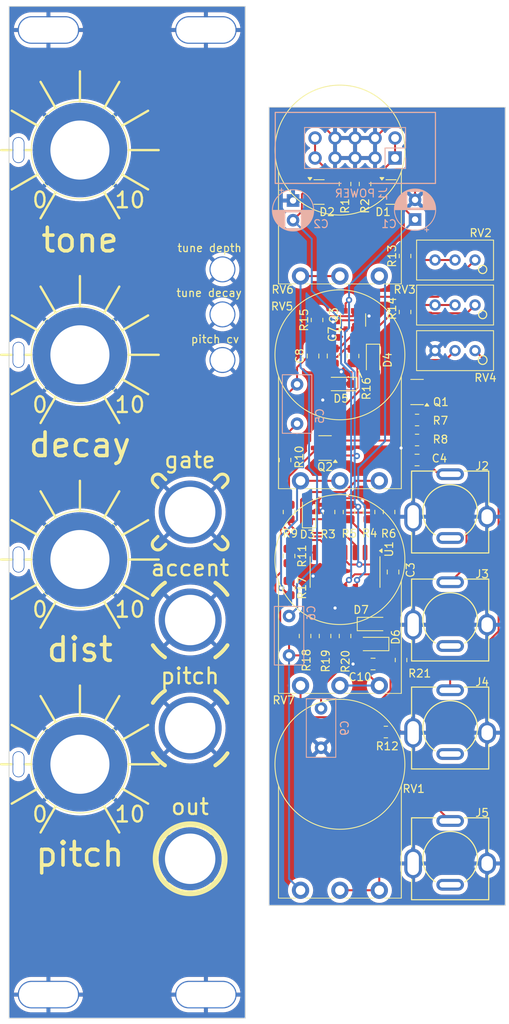
<source format=kicad_pcb>
(kicad_pcb (version 20221018) (generator pcbnew)
  (layers (0 "F.Cu" signal) (31 "B.Cu" signal) (34 "B.Paste" user) (35 "F.Paste" user) (36 "B.SilkS" user "B.Silkscreen") (37 "F.SilkS" user "F.Silkscreen") (38 "B.Mask" user) (39 "F.Mask" user) (44 "Edge.Cuts" user))
  (net 0 "")
  (net 1 "+12V")
  (net 2 "GND")
  (net 3 "-12V")
  (net 4 "Net-(D1-COM)")
  (net 5 "Net-(D2-COM)")
  (net 6 "/FACE")
  (net 7 "Net-(J1-Pin_1)")
  (net 8 "Net-(J1-Pin_10)")
  (net 9 "/GATE")
  (net 10 "Net-(D3-K)")
  (net 11 "Net-(U1B--)")
  (net 12 "Net-(Q3B-C2)")
  (net 13 "Net-(C6-Pad1)")
  (net 14 "Net-(D4-K)")
  (net 15 "Net-(D5-A)")
  (net 16 "Net-(Q3A-E1)")
  (net 17 "Net-(U1D-+)")
  (net 18 "Net-(D6-K)")
  (net 19 "Net-(D6-A)")
  (net 20 "Net-(D4-A)")
  (net 22 "/ACCENT_CV")
  (net 24 "/PITCH_CV")
  (net 26 "/OUTPUT")
  (net 28 "Net-(Q1A-E1)")
  (net 29 "Net-(Q1B-E2)")
  (net 30 "Net-(Q1B-B2)")
  (net 31 "Net-(Q2-B)")
  (net 32 "Net-(Q3B-E2)")
  (net 33 "Net-(Q3B-B2)")
  (net 34 "Net-(U1A--)")
  (net 35 "Net-(R6-Pad1)")
  (net 36 "Net-(U1B-+)")
  (net 37 "Net-(R12-Pad1)")
  (net 38 "Net-(R13-Pad1)")
  (net 39 "Net-(R14-Pad1)")
  (net 40 "Net-(U1C--)")
  (net 41 "Net-(R18-Pad2)")
  (footprint "Capacitor_SMD:C_0805_2012Metric" (layer "F.Cu") (at 76.708 73.152 90)
    (fp_text reference "C7")
    (fp_text value "220n")
  )
  (footprint "Resistor_SMD:R_0805_2012Metric" (layer "F.Cu") (at 80.772 51.308 90)
    (fp_text reference "R2")
    (fp_text value "10")
  )
  (footprint "Resistor_SMD:R_0805_2012Metric" (layer "F.Cu") (at 73.152 108.712 90)
    (fp_text reference "R18")
    (fp_text value "47K")
  )
  (footprint "Eurorack:Potentiometer_RV16AF-41-15R1" (layer "F.Cu") (at 77.58 47)
    (fp_text reference "RV6")
    (fp_text value "B50K")
  )
  (footprint "Eurorack:Mech-AudioJack-Hole-Input-CV" (layer "F.Cu") (at 58.56 120.396)
    (fp_text reference "H11")
    (fp_text value "pitch")
  )
  (footprint "Capacitor_SMD:C_0805_2012Metric" (layer "F.Cu") (at 74.168 73.152 90)
    (fp_text reference "C8")
    (fp_text value "5.6n")
  )
  (footprint "Eurorack:AudioJack2_Tayda_A-2566" (layer "F.Cu") (at 91.58 137)
    (fp_text reference "J5")
    (fp_text value "OUTPUT")
  )
  (footprint "Eurorack:Mech-AudioJack-Hole-Input-Gate" (layer "F.Cu") (at 58.56 92.964)
    (fp_text reference "H9")
    (fp_text value "gate")
  )
  (footprint "Package_SO:TSOP-6_1.65x3.05mm_P0.95mm" (layer "F.Cu") (at 79.248 68.58 90)
    (fp_text reference "Q3")
    (fp_text value "BCM847DS,135")
  )
  (footprint "Resistor_SMD:R_0805_2012Metric" (layer "F.Cu") (at 83.82 92.964 90)
    (fp_text reference "R6")
    (fp_text value "100K")
  )
  (footprint "Eurorack:Potentiometer_RV16AF-41-15R1" (layer "F.Cu") (at 77.58 99)
    (fp_text reference "RV7")
    (fp_text value "B100K")
  )
  (footprint "Resistor_SMD:R_0805_2012Metric" (layer "F.Cu") (at 71.12 92.964 -90)
    (fp_text reference "R9")
    (fp_text value "100K")
  )
  (footprint "Resistor_SMD:R_0805_2012Metric" (layer "F.Cu") (at 78.232 108.712 90)
    (fp_text reference "R20")
    (fp_text value "33K")
  )
  (footprint "Package_TO_SOT_SMD:SOT-23" (layer "F.Cu") (at 74.93 52.324)
    (fp_text reference "D2")
    (fp_text value "BAT54S")
  )
  (footprint "Potentiometer_THT:Potentiometer_Bourns_3296W_Vertical" (layer "F.Cu") (at 94.742 60.96)
    (fp_text reference "RV2")
    (fp_text value "10K")
  )
  (footprint "Eurorack:Mech-MountingHole" (layer "F.Cu") (at 40.56 31.75)
    (fp_text reference "H1")
    (fp_text value "mount0")
  )
  (footprint "Resistor_SMD:R_0805_2012Metric" (layer "F.Cu") (at 71.12 98.552 -90)
    (fp_text reference "R11")
    (fp_text value "1M")
  )
  (footprint "Resistor_SMD:R_0805_2012Metric" (layer "F.Cu") (at 78.232 51.308 90)
    (fp_text reference "R1")
    (fp_text value "10")
  )
  (footprint "Package_TO_SOT_SMD:SOT-23" (layer "F.Cu") (at 84.074 52.324)
    (fp_text reference "D1")
    (fp_text value "BAT54S")
  )
  (footprint "Resistor_SMD:R_0805_2012Metric" (layer "F.Cu") (at 83.4155 120.904)
    (fp_text reference "R12")
    (fp_text value "10K")
  )
  (footprint "Eurorack:Mech-MountingHole" (layer "F.Cu") (at 40.56 154.25)
    (fp_text reference "H4")
    (fp_text value "mount1")
  )
  (footprint "Diode_SMD:D_SOD-323_HandSoldering" (layer "F.Cu") (at 77.724 76.708 180)
    (fp_text reference "D5")
    (fp_text value "1N4148")
  )
  (footprint "Eurorack:Mech-LED-Hole-3mm" (layer "F.Cu") (at 62.6618 67.8672)
    (fp_text reference "H14" hide)
    (fp_text value "tune decay")
  )
  (footprint "Eurorack:AudioJack2_Tayda_A-2566" (layer "F.Cu") (at 91.58 120.396)
    (fp_text reference "J4")
    (fp_text value "PITCH CV")
  )
  (footprint "Eurorack:Mech-AudioJack-Hole-Input-CV" (layer "F.Cu") (at 58.56 106.68)
    (fp_text reference "H10")
    (fp_text value "accent")
  )
  (footprint "Capacitor_SMD:C_0805_2012Metric" (layer "F.Cu") (at 87.376 86.36 180)
    (fp_text reference "C4")
    (fp_text value "10n")
  )
  (footprint "Potentiometer_THT:Potentiometer_Bourns_3296W_Vertical" (layer "F.Cu") (at 94.742 66.675)
    (fp_text reference "RV3")
    (fp_text value "100K")
  )
  (footprint "Eurorack:Mech-MountingHole" (layer "F.Cu") (at 60.56 31.75)
    (fp_text reference "H2")
    (fp_text value "mount1")
  )
  (footprint "Eurorack:Potentiometer_RV16AF-41-15R1" (layer "F.Cu") (at 77.58 125)
    (fp_text reference "RV1")
    (fp_text value "B100K")
  )
  (footprint "Resistor_SMD:R_0805_2012Metric" (layer "F.Cu") (at 87.376 83.82)
    (fp_text reference "R8")
    (fp_text value "120K")
  )
  (footprint "Resistor_SMD:R_0805_2012Metric" (layer "F.Cu") (at 74.676 68.58 90)
    (fp_text reference "R15")
    (fp_text value "100K")
  )
  (footprint "Package_SO:SOIC-14_3.9x8.7mm_P1.27mm" (layer "F.Cu") (at 78.232 100.584 -90)
    (fp_text reference "U1")
    (fp_text value "TL074")
  )
  (footprint "Eurorack:Mech-LED-Hole-3mm" (layer "F.Cu") (at 62.6618 62.1506)
    (fp_text reference "H13" hide)
    (fp_text value "tune depth")
  )
  (footprint "Resistor_SMD:R_0805_2012Metric" (layer "F.Cu") (at 85.344 111.76 -90)
    (fp_text reference "R21")
    (fp_text value "1K")
  )
  (footprint "Resistor_SMD:R_0805_2012Metric" (layer "F.Cu") (at 85.852 67.564 -90)
    (fp_text reference "R14")
    (fp_text value "10K")
  )
  (footprint "Eurorack:Mech-Potentiometer-Hole_level" (layer "F.Cu") (at 44.56 125)
    (fp_text reference "H8")
    (fp_text value "pitch")
  )
  (footprint "Diode_SMD:D_SOD-323_HandSoldering" (layer "F.Cu") (at 81.788 109.728 180)
    (fp_text reference "D6")
    (fp_text value "1N4148")
  )
  (footprint "Eurorack:Potentiometer_RV16AF-41-15R1" (layer "F.Cu") (at 77.58 73)
    (fp_text reference "RV5")
    (fp_text value "B1M")
  )
  (footprint "Diode_SMD:D_SOD-323_HandSoldering" (layer "F.Cu") (at 81.788 107.188)
    (fp_text reference "D7")
    (fp_text value "1N4148")
  )
  (footprint "Resistor_SMD:R_0805_2012Metric" (layer "F.Cu") (at 75.692 108.712 90)
    (fp_text reference "R19")
    (fp_text value "470K")
  )
  (footprint "Resistor_SMD:R_0805_2012Metric" (layer "F.Cu") (at 71.12 102.616 -90)
    (fp_text reference "R17")
    (fp_text value "47K")
  )
  (footprint "Package_TO_SOT_SMD:SOT-23-3" (layer "F.Cu") (at 75.692 84.836 180)
    (fp_text reference "Q2")
    (fp_text value "BC547C")
  )
  (footprint "Capacitor_SMD:C_0805_2012Metric" (layer "F.Cu") (at 81.788 112.268 180)
    (fp_text reference "C10")
    (fp_text value "3.3n")
  )
  (footprint "Potentiometer_THT:Potentiometer_Bourns_3296W_Vertical" (layer "F.Cu") (at 94.742 72.4662)
    (fp_text reference "RV4")
    (fp_text value "100K")
  )
  (footprint "Eurorack:Mech-Potentiometer-Hole_level" (layer "F.Cu") (at 44.56 99)
    (fp_text reference "H7")
    (fp_text value "dist")
  )
  (footprint "Eurorack:Mech-Potentiometer-Hole_level" (layer "F.Cu") (at 44.56 47)
    (fp_text reference "H5")
    (fp_text value "tone")
  )
  (footprint "Diode_SMD:D_SOD-323_HandSoldering" (layer "F.Cu") (at 73.66 92.964 90)
    (fp_text reference "D3")
    (fp_text value "1N4148")
  )
  (footprint "Eurorack:Mech-LED-Hole-3mm" (layer "F.Cu") (at 62.6618 73.66)
    (fp_text reference "H15" hide)
    (fp_text value "pitch cv")
  )
  (footprint "Eurorack:Mech-MountingHole" (layer "F.Cu") (at 60.56 154.25)
    (fp_text reference "H3")
    (fp_text value "mount1")
  )
  (footprint "Resistor_SMD:R_0805_2012Metric" (layer "F.Cu") (at 79.248 73.152 90)
    (fp_text reference "R16")
    (fp_text value "1M")
  )
  (footprint "Eurorack:AudioJack2_Tayda_A-2566" (layer "F.Cu") (at 91.58 92.964)
    (fp_text reference "J2")
    (fp_text value "GATE")
  )
  (footprint "Eurorack:Mech-Potentiometer-Hole_level" (layer "F.Cu") (at 44.56 73)
    (fp_text reference "H6")
    (fp_text value "decay")
  )
  (footprint "Eurorack:AudioJack2_Tayda_A-2566" (layer "F.Cu") (at 91.58 106.68)
    (fp_text reference "J3")
    (fp_text value "ACCENT CV")
  )
  (footprint "Capacitor_SMD:C_0805_2012Metric" (layer "F.Cu") (at 84.328 100.584 -90)
    (fp_text reference "C3")
    (fp_text value "100n")
  )
  (footprint "Resistor_SMD:R_0805_2012Metric" (layer "F.Cu") (at 81.28 92.964 -90)
    (fp_text reference "R4")
    (fp_text value "33K")
  )
  (footprint "Eurorack:Mech-AudioJack-Hole-Output" (layer "F.Cu") (at 58.56 137)
    (fp_text reference "H12")
    (fp_text value "out")
  )
  (footprint "Resistor_SMD:R_0805_2012Metric" (layer "F.Cu") (at 85.852 60.452 90)
    (fp_text reference "R13")
    (fp_text value "2.2K")
  )
  (footprint "Diode_SMD:D_SOD-323_HandSoldering" (layer "F.Cu") (at 81.788 73.66 -90)
    (fp_text reference "D4")
    (fp_text value "1N4148")
  )
  (footprint "Package_SO:TSOP-6_1.65x3.05mm_P0.95mm" (layer "F.Cu") (at 87.376 77.724 180)
    (fp_text reference "Q1")
    (fp_text value "BCM857DS,135")
  )
  (footprint "Resistor_SMD:R_0805_2012Metric" (layer "F.Cu") (at 76.2 92.964 90)
    (fp_text reference "R3")
    (fp_text value "39K")
  )
  (footprint "Resistor_SMD:R_0805_2012Metric" (layer "F.Cu") (at 78.74 92.964 90)
    (fp_text reference "R5")
    (fp_text value "100K")
  )
  (footprint "Resistor_SMD:R_0805_2012Metric" (layer "F.Cu") (at 70.612 86.36 90)
    (fp_text reference "R10")
    (fp_text value "15K")
  )
  (footprint "Resistor_SMD:R_0805_2012Metric" (layer "F.Cu") (at 87.376 81.28)
    (fp_text reference "R7")
    (fp_text value "22K")
  )
  (footprint "Eurorack:PinHeader_2x05_P2.54mm_Vertical" (layer "B.Cu") (at 84.582 48.006 90)
    (fp_text reference "J1")
    (fp_text value "Conn_02x05_Odd_Even")
  )
  (footprint "Capacitor_THT:CP_Radial_D5.0mm_P2.50mm" (layer "B.Cu") (at 87.122 55.815112 90)
    (fp_text reference "C1")
    (fp_text value "22u 50V")
  )
  (footprint "Capacitor_THT:CP_Radial_D5.0mm_P2.50mm" (layer "B.Cu") (at 71.628 53.404887 -90)
    (fp_text reference "C2")
    (fp_text value "22u 50V")
  )
  (footprint "Capacitor_THT:C_Rect_L7.2mm_W3.5mm_P5.00mm_FKS2_FKP2_MKS2_MKP2" (layer "B.Cu") (at 72.136 81.748 90)
    (fp_text reference "C5")
    (fp_text value "15n box")
  )
  (footprint "Capacitor_THT:C_Rect_L7.2mm_W3.5mm_P5.00mm_FKS2_FKP2_MKS2_MKP2" (layer "B.Cu") (at 71.12 106.172 -90)
    (fp_text reference "C6")
    (fp_text value "15n box")
  )
  (footprint "Capacitor_THT:C_Rect_L7.2mm_W3.5mm_P5.00mm_FKS2_FKP2_MKS2_MKP2" (layer "B.Cu") (at 75.184 122.896 90)
    (fp_text reference "C9")
    (fp_text value "15n box")
  )
  (gr_circle (center 95.7072 67.8942) (end 96.2152 67.818) (stroke (width 0.15)) (fill none) (layer "F.SilkS"))
  (gr_circle (center 95.7072 62.1538) (end 96.2152 62.2808) (stroke (width 0.15)) (fill none) (layer "F.SilkS"))
  (gr_circle (center 95.7072 73.66) (end 96.2406 73.8124) (stroke (width 0.15)) (fill none) (layer "F.SilkS"))
  (gr_line (start 80.3402 75.8698) (end 79.9338 74.9554) (stroke (width 0.15)) (layer "F.SilkS"))
  (gr_rect (start 35.56 28.75) (end 65.56 157.25) (stroke (width 0.1)) (fill none) (layer "Edge.Cuts"))
  (gr_rect (start 68.58 41.556) (end 98.58 142.92) (stroke (width 0.1)) (fill none) (layer "Edge.Cuts"))
  (gr_text "POWER" (at 79.502 53.086) (layer "B.SilkS") (effects (font (size 1 1)) (justify bottom mirror)))
  (segment (start 79.73 85.852) (end 79.664 85.786) (width 0.25) (layer "F.Cu") (net 1))
  (segment (start 80.047 99.634) (end 78.782001 99.634) (width 0.25) (layer "F.Cu") (net 1))
  (segment (start 73.9925 53.274) (end 83.1365 53.274) (width 0.25) (layer "F.Cu") (net 1))
  (segment (start 78.995653 92.307153) (end 78.74 92.0515) (width 0.25) (layer "F.Cu") (net 1))
  (segment (start 78.232 99.083999) (end 78.232 98.109) (width 0.25) (layer "F.Cu") (net 1))
  (segment (start 84.328 99.634) (end 80.047 99.634) (width 0.25) (layer "F.Cu") (net 1))
  (segment (start 78.298 66.482) (end 78.298 67.42) (width 0.25) (layer "F.Cu") (net 1))
  (segment (start 79.895847 92.307153) (end 78.995653 92.307153) (width 0.25) (layer "F.Cu") (net 1))
  (segment (start 84.580888 53.274) (end 87.122 55.815112) (width 0.25) (layer "F.Cu") (net 1))
  (segment (start 78.74 66.04) (end 78.298 66.482) (width 0.25) (layer "F.Cu") (net 1))
  (segment (start 78.782001 99.634) (end 78.232 99.083999) (width 0.25) (layer "F.Cu") (net 1))
  (segment (start 79.003369 92.314869) (end 78.74 92.0515) (width 0.25) (layer "F.Cu") (net 1))
  (segment (start 83.1365 53.274) (end 84.580888 53.274) (width 0.25) (layer "F.Cu") (net 1))
  (segment (start 79.664 85.786) (end 76.8295 85.786) (width 0.25) (layer "F.Cu") (net 1))
  (via (at 80.047 99.634) (size 0.8) (drill 0.4) (layers "F.Cu" "B.Cu") (net 1))
  (via (at 79.73 85.852) (size 0.8) (drill 0.4) (layers "F.Cu" "B.Cu") (net 1))
  (via (at 79.895847 92.307153) (size 0.8) (drill 0.4) (layers "F.Cu" "B.Cu") (net 1))
  (via (at 78.74 66.04) (size 0.8) (drill 0.4) (layers "F.Cu" "B.Cu") (net 1))
  (segment (start 78.232 73.964299) (end 79.455 75.187299) (width 0.25) (layer "B.Cu") (net 1))
  (segment (start 78.74 64.197112) (end 78.74 69.596) (width 0.25) (layer "B.Cu") (net 1))
  (segment (start 78.232 70.104) (end 78.232 73.964299) (width 0.25) (layer "B.Cu") (net 1))
  (segment (start 79.455 85.577) (end 79.73 85.852) (width 0.25) (layer "B.Cu") (net 1))
  (segment (start 78.74 69.596) (end 78.232 70.104) (width 0.25) (layer "B.Cu") (net 1))
  (segment (start 79.455 83.82) (end 79.455 85.577) (width 0.25) (layer "B.Cu") (net 1))
  (segment (start 79.455 75.187299) (end 79.455 83.82) (width 0.25) (layer "B.Cu") (net 1))
  (segment (start 80.047 99.570915) (end 79.895847 99.419762) (width 0.25) (layer "B.Cu") (net 1))
  (segment (start 87.122 55.815112) (end 78.74 64.197112) (width 0.25) (layer "B.Cu") (net 1))
  (segment (start 79.895847 92.307153) (end 79.895847 99.419762) (width 0.25) (layer "B.Cu") (net 1))
  (segment (start 79.455 91.44) (end 79.455 91.866306) (width 0.25) (layer "B.Cu") (net 1))
  (segment (start 79.455 91.866306) (end 79.895847 92.307153) (width 0.25) (layer "B.Cu") (net 1))
  (segment (start 79.455 83.82) (end 79.455 91.44) (width 0.25) (layer "B.Cu") (net 1))
  (segment (start 80.047 99.634) (end 80.047 99.570915) (width 0.25) (layer "B.Cu") (net 1))
  (segment (start 79.455 91.44) (end 79.455 91.951806) (width 0.25) (layer "B.Cu") (net 1))
  (segment (start 76.962 45.466) (end 75.438 43.942) (width 0.25) (layer "F.Cu") (net 2))
  (segment (start 78.974 76.368) (end 78.974 76.708) (width 0.25) (layer "F.Cu") (net 2))
  (segment (start 76.18384 92.0515) (end 75.401 92.83434) (width 0.25) (layer "F.Cu") (net 2))
  (segment (start 76.962 48.006) (end 76.962 45.466) (width 0.25) (layer "F.Cu") (net 2))
  (segment (start 83.566 43.942) (end 85.344 43.942) (width 0.25) (layer "F.Cu") (net 2))
  (segment (start 80.546 91.214) (end 77.0375 91.214) (width 0.25) (layer "F.Cu") (net 2))
  (segment (start 77.0375 91.214) (end 76.2 92.0515) (width 0.25) (layer "F.Cu") (net 2))
  (segment (start 76.2 92.0515) (end 76.18384 92.0515) (width 0.25) (layer "F.Cu") (net 2))
  (segment (start 87.376 78.114) (end 86.816 78.674) (width 0.25) (layer "F.Cu") (net 2))
  (segment (start 81.28 91.948) (end 80.546 91.214) (width 0.25) (layer "F.Cu") (net 2))
  (segment (start 82.042 48.006) (end 82.042 45.466) (width 0.25) (layer "F.Cu") (net 2))
  (segment (start 80.737 68.615) (end 81.28 68.072) (width 0.25) (layer "F.Cu") (net 2))
  (segment (start 86.816 78.674) (end 86.216 78.674) (width 0.25) (layer "F.Cu") (net 2))
  (segment (start 81.28 92.0515) (end 81.28 91.948) (width 0.25) (layer "F.Cu") (net 2))
  (segment (start 88.536 76.774) (end 87.936 76.774) (width 0.25) (layer "F.Cu") (net 2))
  (segment (start 79.502 48.006) (end 79.502 45.466) (width 0.25) (layer "F.Cu") (net 2))
  (segment (start 76.962 103.059) (end 76.962 105.156) (width 0.25) (layer "F.Cu") (net 2))
  (segment (start 85.344 43.942) (end 87.122 45.72) (width 0.25) (layer "F.Cu") (net 2))
  (segment (start 87.122 45.72) (end 87.122 53.315112) (width 0.25) (layer "F.Cu") (net 2))
  (segment (start 76.962 106.5295) (end 78.232 107.7995) (width 0.25) (layer "F.Cu") (net 2))
  (segment (start 71.628 45.974) (end 71.628 53.404887) (width 0.25) (layer "F.Cu") (net 2))
  (segment (start 76.708 68.82) (end 76.913 68.615) (width 0.25) (layer "F.Cu") (net 2))
  (segment (start 86.88 120.996) (end 84.42 120.996) (width 0.25) (layer "F.Cu") (net 2))
  (segment (start 84.42 120.996) (end 84.328 120.904) (width 0.25) (layer "F.Cu") (net 2))
  (segment (start 82.042 45.466) (end 83.566 43.942) (width 0.25) (layer "F.Cu") (net 2))
  (segment (start 73.66 43.942) (end 71.628 45.974) (width 0.25) (layer "F.Cu") (net 2))
  (segment (start 76.708 74.102) (end 78.974 76.368) (width 0.25) (layer "F.Cu") (net 2))
  (segment (start 75.438 43.942) (end 73.66 43.942) (width 0.25) (layer "F.Cu") (net 2))
  (segment (start 76.913 68.615) (end 80.737 68.615) (width 0.25) (layer "F.Cu") (net 2))
  (segment (start 76.962 105.156) (end 76.962 106.5295) (width 0.25) (layer "F.Cu") (net 2))
  (segment (start 87.376 77.334) (end 87.376 78.114) (width 0.25) (layer "F.Cu") (net 2))
  (segment (start 79.502 45.466) (end 76.962 45.466) (width 0.25) (layer "F.Cu") (net 2))
  (segment (start 79.502 45.466) (end 82.042 45.466) (width 0.25) (layer "F.Cu") (net 2))
  (segment (start 87.936 76.774) (end 87.376 77.334) (width 0.25) (layer "F.Cu") (net 2))
  (via (at 79.248 112.268) (size 0.8) (drill 0.4) (layers "F.Cu" "B.Cu") (net 2))
  (via (at 81.28 68.072) (size 0.8) (drill 0.4) (layers "F.Cu" "B.Cu") (net 2))
  (via (at 74.172653 101.096653) (size 0.8) (drill 0.4) (layers "F.Cu" "B.Cu") (net 2))
  (via (at 76.962 105.156) (size 0.8) (drill 0.4) (layers "F.Cu" "B.Cu") (net 2))
  (via (at 77.757 75.151) (size 0.8) (drill 0.4) (layers "F.Cu" "B.Cu") (net 2))
  (via (at 85.344 84.836) (size 0.8) (drill 0.4) (layers "F.Cu" "B.Cu") (net 2))
  (via (at 75.401 92.83434) (size 0.8) (drill 0.4) (layers "F.Cu" "B.Cu") (net 2))
  (via (at 75.401 78.74) (size 0.8) (drill 0.4) (layers "F.Cu" "B.Cu") (net 2))
  (via (at 76.708 70.612) (size 0.8) (drill 0.4) (layers "F.Cu" "B.Cu") (net 2))
  (via (at 76.708 68.82) (size 0.8) (drill 0.4) (layers "F.Cu" "B.Cu") (net 2))
  (segment (start 77.757 75.151) (end 75.401 77.507) (width 0.25) (layer "B.Cu") (net 2))
  (segment (start 76.708 70.612) (end 76.708 68.82) (width 0.25) (layer "B.Cu") (net 2))
  (segment (start 76.708 74.102) (end 76.708 70.612) (width 0.25) (layer "B.Cu") (net 2))
  (segment (start 75.401 77.507) (end 75.401 78.74) (width 0.25) (layer "B.Cu") (net 2))
  (segment (start 86.88 89.42) (end 85.344 87.884) (width 0.25) (layer "B.Cu") (net 2))
  (segment (start 77.757 75.151) (end 76.708 74.102) (width 0.25) (layer "B.Cu") (net 2))
  (segment (start 76.962 105.156) (end 76.962 103.886) (width 0.25) (layer "B.Cu") (net 2))
  (segment (start 76.962 109.982) (end 76.962 105.156) (width 0.25) (layer "B.Cu") (net 2))
  (segment (start 86.88 93.564) (end 86.88 89.42) (width 0.25) (layer "B.Cu") (net 2))
  (segment (start 84.236 107.28) (end 79.248 112.268) (width 0.25) (layer "B.Cu") (net 2))
  (segment (start 75.401 92.83434) (end 75.401 78.74) (width 0.25) (layer "B.Cu") (net 2))
  (segment (start 79.248 112.268) (end 76.962 109.982) (width 0.25) (layer "B.Cu") (net 2))
  (segment (start 86.88 107.28) (end 84.236 107.28) (width 0.25) (layer "B.Cu") (net 2))
  (segment (start 85.344 87.884) (end 85.344 84.836) (width 0.25) (layer "B.Cu") (net 2))
  (segment (start 76.962 103.886) (end 74.172653 101.096653) (width 0.25) (layer "B.Cu") (net 2))
  (segment (start 72.753 54.779887) (end 71.628 55.904887) (width 0.25) (layer "F.Cu") (net 3))
  (segment (start 78.735347 101.595347) (end 78.232 102.098695) (width 0.25) (layer "F.Cu") (net 3))
  (segment (start 73.9925 51.374) (end 72.753 52.6135) (width 0.25) (layer "F.Cu") (net 3))
  (segment (start 83.312 100.875) (end 79.455695 100.875) (width 0.25) (layer "F.Cu") (net 3))
  (segment (start 78.232 102.098695) (end 78.232 103.059) (width 0.25) (layer "F.Cu") (net 3))
  (segment (start 83.1365 51.374) (end 73.9925 51.374) (width 0.25) (layer "F.Cu") (net 3))
  (segment (start 79.455695 100.875) (end 78.735347 101.595347) (width 0.25) (layer "F.Cu") (net 3))
  (segment (start 83.669 100.875) (end 83.312 100.875) (width 0.25) (layer "F.Cu") (net 3))
  (segment (start 72.753 52.6135) (end 72.753 54.779887) (width 0.25) (layer "F.Cu") (net 3))
  (segment (start 84.328 101.534) (end 83.669 100.875) (width 0.25) (layer "F.Cu") (net 3))
  (via (at 78.735347 101.595347) (size 0.8) (drill 0.4) (layers "F.Cu" "B.Cu") (net 3))
  (segment (start 77.724 74.092695) (end 79.005 75.373695) (width 0.25) (layer "B.Cu") (net 3))
  (segment (start 74.005 58.281887) (end 74.005 64.861) (width 0.25) (layer "B.Cu") (net 3))
  (segment (start 71.628 55.904887) (end 74.005 58.281887) (width 0.25) (layer "B.Cu") (net 3))
  (segment (start 74.005 64.861) (end 77.724 68.58) (width 0.25) (layer "B.Cu") (net 3))
  (segment (start 79.005 75.373695) (end 79.005 101.325694) (width 0.25) (layer "B.Cu") (net 3))
  (segment (start 79.005 101.325694) (end 78.735347 101.595347) (width 0.25) (layer "B.Cu") (net 3))
  (segment (start 77.724 68.58) (end 77.724 74.092695) (width 0.25) (layer "B.Cu") (net 3))
  (segment (start 80.8755 52.324) (end 80.772 52.2205) (width 0.25) (layer "F.Cu") (net 4))
  (segment (start 85.0115 52.324) (end 80.8755 52.324) (width 0.25) (layer "F.Cu") (net 4))
  (segment (start 78.232 52.2205) (end 75.971 52.2205) (width 0.25) (layer "F.Cu") (net 5))
  (segment (start 75.971 52.2205) (end 75.8675 52.324) (width 0.25) (layer "F.Cu") (net 5))
  (segment (start 84.582 48.006) (end 82.1925 50.3955) (width 0.25) (layer "F.Cu") (net 7))
  (segment (start 82.1925 50.3955) (end 80.772 50.3955) (width 0.25) (layer "F.Cu") (net 7))
  (segment (start 84.582 45.466) (end 84.582 48.006) (width 0.25) (layer "F.Cu") (net 7))
  (segment (start 74.422 48.006) (end 76.8115 50.3955) (width 0.25) (layer "F.Cu") (net 8))
  (segment (start 76.8115 50.3955) (end 78.232 50.3955) (width 0.25) (layer "F.Cu") (net 8))
  (segment (start 74.422 45.466) (end 74.422 48.006) (width 0.25) (layer "F.Cu") (net 8))
  (segment (start 91.58 88.164) (end 90.13 88.164) (width 0.25) (layer "F.Cu") (net 9))
  (segment (start 90.13 88.164) (end 88.326 86.36) (width 0.25) (layer "F.Cu") (net 9))
  (segment (start 82.305 92.0339) (end 86.426 87.9129) (width 0.25) (layer "F.Cu") (net 10))
  (segment (start 86.426 87.9129) (end 86.426 86.36) (width 0.25) (layer "F.Cu") (net 10))
  (segment (start 73.9975 93.8765) (end 73.66 94.214) (width 0.25) (layer "F.Cu") (net 10))
  (segment (start 76.2 93.8765) (end 77.0375 93.039) (width 0.25) (layer "F.Cu") (net 10))
  (segment (start 79.502 97.134001) (end 76.244499 93.8765) (width 0.25) (layer "F.Cu") (net 10))
  (segment (start 82.305 92.5591) (end 82.305 92.0339) (width 0.25) (layer "F.Cu") (net 10))
  (segment (start 76.2 93.8765) (end 73.9975 93.8765) (width 0.25) (layer "F.Cu") (net 10))
  (segment (start 81.8251 93.039) (end 82.305 92.5591) (width 0.25) (layer "F.Cu") (net 10))
  (segment (start 76.244499 93.8765) (end 76.2 93.8765) (width 0.25) (layer "F.Cu") (net 10))
  (segment (start 79.502 98.109) (end 79.502 97.134001) (width 0.25) (layer "F.Cu") (net 10))
  (segment (start 77.0375 93.039) (end 81.8251 93.039) (width 0.25) (layer "F.Cu") (net 10))
  (segment (start 72.2395 96.52) (end 71.12 97.6395) (width 0.25) (layer "F.Cu") (net 11))
  (segment (start 71.12 95.513) (end 69.587 93.98) (width 0.25) (layer "F.Cu") (net 11))
  (segment (start 72.136 81.748) (end 69.587 84.297) (width 0.25) (layer "F.Cu") (net 11))
  (segment (start 75.077999 96.52) (end 72.2395 96.52) (width 0.25) (layer "F.Cu") (net 11))
  (segment (start 75.692 98.109) (end 75.692 97.134001) (width 0.25) (layer "F.Cu") (net 11))
  (segment (start 69.587 84.297) (end 69.587 93.98) (width 0.25) (layer "F.Cu") (net 11))
  (segment (start 75.692 97.134001) (end 75.077999 96.52) (width 0.25) (layer "F.Cu") (net 11))
  (segment (start 71.12 97.6395) (end 71.12 95.513) (width 0.25) (layer "F.Cu") (net 11))
  (segment (start 75.692 109.6245) (end 74.1445 111.172) (width 0.25) (layer "F.Cu") (net 12))
  (segment (start 69.383388 104.994388) (end 69.383388 101.304612) (width 0.25) (layer "F.Cu") (net 12))
  (segment (start 80.198 71.2895) (end 79.248 72.2395) (width 0.25) (layer "F.Cu") (net 12))
  (segment (start 77.216 73.277) (end 73.4479 73.277) (width 0.25) (layer "F.Cu") (net 12))
  (segment (start 69.137 94.166396) (end 69.137 93.472) (width 0.25) (layer "F.Cu") (net 12))
  (segment (start 80.198 69.74) (end 80.198 71.2895) (width 0.25) (layer "F.Cu") (net 12))
  (segment (start 78.2535 72.2395) (end 77.216 73.277) (width 0.25) (layer "F.Cu") (net 12))
  (segment (start 71.12 108.928896) (end 69.545 107.353896) (width 0.25) (layer "F.Cu") (net 12))
  (segment (start 69.545 107.353896) (end 69.545 105.156) (width 0.25) (layer "F.Cu") (net 12))
  (segment (start 69.137 79.747) (end 69.137 93.472) (width 0.25) (layer "F.Cu") (net 12))
  (segment (start 70.095 95.124396) (end 69.137 94.166396) (width 0.25) (layer "F.Cu") (net 12))
  (segment (start 72.136 76.748) (end 69.137 79.747) (width 0.25) (layer "F.Cu") (net 12))
  (segment (start 74.1445 111.172) (end 71.12 111.172) (width 0.25) (layer "F.Cu") (net 12))
  (segment (start 70.095 100.593) (end 70.095 95.124396) (width 0.25) (layer "F.Cu") (net 12))
  (segment (start 73.4479 73.277) (end 72.136 74.5889) (width 0.25) (layer "F.Cu") (net 12))
  (segment (start 69.383388 101.304612) (end 70.095 100.593) (width 0.25) (layer "F.Cu") (net 12))
  (segment (start 79.248 72.2395) (end 78.2535 72.2395) (width 0.25) (layer "F.Cu") (net 12))
  (segment (start 69.545 105.156) (end 69.383388 104.994388) (width 0.25) (layer "F.Cu") (net 12))
  (segment (start 71.12 111.172) (end 71.12 108.928896) (width 0.25) (layer "F.Cu") (net 12))
  (segment (start 72.136 74.5889) (end 72.136 76.748) (width 0.25) (layer "F.Cu") (net 12))
  (segment (start 71.12 139.54) (end 71.12 111.172) (width 0.25) (layer "B.Cu") (net 12))
  (segment (start 72.58 141) (end 71.12 139.54) (width 0.25) (layer "B.Cu") (net 12))
  (segment (start 72.58 63) (end 77.58 63) (width 0.25) (layer "F.Cu") (net 13))
  (segment (start 74.422 98.109) (end 72.4755 98.109) (width 0.25) (layer "F.Cu") (net 13))
  (segment (start 72.145 102.7285) (end 71.12 101.7035) (width 0.25) (layer "F.Cu") (net 13))
  (segment (start 72.4755 98.109) (end 71.12 99.4645) (width 0.25) (layer "F.Cu") (net 13))
  (segment (start 72.145 105.147) (end 72.145 102.7285) (width 0.25) (layer "F.Cu") (net 13))
  (segment (start 71.12 106.172) (end 72.145 105.147) (width 0.25) (layer "F.Cu") (net 13))
  (segment (start 71.12 99.4645) (end 71.12 101.7035) (width 0.25) (layer "F.Cu") (net 13))
  (segment (start 73.66 75.692) (end 73.66 87.376) (width 0.25) (layer "B.Cu") (net 13))
  (segment (start 73.66 87.376) (end 74.676 88.392) (width 0.25) (layer "B.Cu") (net 13))
  (segment (start 72.58 74.612) (end 73.66 75.692) (width 0.25) (layer "B.Cu") (net 13))
  (segment (start 74.676 99.568) (end 72.136 102.108) (width 0.25) (layer "B.Cu") (net 13))
  (segment (start 72.58 63) (end 72.58 74.612) (width 0.25) (layer "B.Cu") (net 13))
  (segment (start 74.676 88.392) (end 74.676 99.568) (width 0.25) (layer "B.Cu") (net 13))
  (segment (start 72.136 105.156) (end 71.12 106.172) (width 0.25) (layer "B.Cu") (net 13))
  (segment (start 72.136 102.108) (end 72.136 105.156) (width 0.25) (layer "B.Cu") (net 13))
  (segment (start 77.433 72.202) (end 79.248 70.387) (width 0.25) (layer "F.Cu") (net 14))
  (segment (start 89.229146 67.72) (end 93.697 67.72) (width 0.25) (layer "F.Cu") (net 14))
  (segment (start 81.788 70.104) (end 81.788 72.41) (width 0.25) (layer "F.Cu") (net 14))
  (segment (start 80.749 69.065) (end 81.788 70.104) (width 0.25) (layer "F.Cu") (net 14))
  (segment (start 79.248 69.74) (end 79.248 69.14) (width 0.25) (layer "F.Cu") (net 14))
  (segment (start 79.248 70.387) (end 79.248 69.74) (width 0.25) (layer "F.Cu") (net 14))
  (segment (start 79.323 69.065) (end 80.749 69.065) (width 0.25) (layer "F.Cu") (net 14))
  (segment (start 76.708 72.202) (end 77.433 72.202) (width 0.25) (layer "F.Cu") (net 14))
  (segment (start 84.253 67.639) (end 89.148146 67.639) (width 0.25) (layer "F.Cu") (net 14))
  (segment (start 93.697 67.72) (end 94.742 66.675) (width 0.25) (layer "F.Cu") (net 14))
  (segment (start 81.788 70.104) (end 84.253 67.639) (width 0.25) (layer "F.Cu") (net 14))
  (segment (start 79.248 69.14) (end 79.323 69.065) (width 0.25) (layer "F.Cu") (net 14))
  (segment (start 89.148146 67.639) (end 89.229146 67.72) (width 0.25) (layer "F.Cu") (net 14))
  (segment (start 76.474 76.708) (end 77.299 77.533) (width 0.25) (layer "F.Cu") (net 15))
  (segment (start 74.168 74.102) (end 76.474 76.408) (width 0.25) (layer "F.Cu") (net 15))
  (segment (start 79.799 74.6155) (end 79.248 74.0645) (width 0.25) (layer "F.Cu") (net 15))
  (segment (start 79.799 77.2031) (end 79.799 74.6155) (width 0.25) (layer "F.Cu") (net 15))
  (segment (start 76.474 76.408) (end 76.474 76.708) (width 0.25) (layer "F.Cu") (net 15))
  (segment (start 79.4691 77.533) (end 79.799 77.2031) (width 0.25) (layer "F.Cu") (net 15))
  (segment (start 77.299 77.533) (end 79.4691 77.533) (width 0.25) (layer "F.Cu") (net 15))
  (segment (start 74.168 72.202) (end 74.676 71.694) (width 0.25) (layer "F.Cu") (net 16))
  (segment (start 74.9235 69.74) (end 74.676 69.4925) (width 0.25) (layer "F.Cu") (net 16))
  (segment (start 74.676 71.694) (end 74.676 69.4925) (width 0.25) (layer "F.Cu") (net 16))
  (segment (start 78.298 69.74) (end 74.9235 69.74) (width 0.25) (layer "F.Cu") (net 16))
  (segment (start 77.207 109.1169) (end 77.207 113.293) (width 0.25) (layer "F.Cu") (net 17))
  (segment (start 77.6119 108.712) (end 77.207 109.1169) (width 0.25) (layer "F.Cu") (net 17))
  (segment (start 75.184 115.316) (end 75.184 117.896) (width 0.25) (layer "F.Cu") (net 17))
  (segment (start 79.756 102.805) (end 79.502 103.059) (width 0.25) (layer "F.Cu") (net 17))
  (segment (start 78.8521 108.712) (end 77.6119 108.712) (width 0.25) (layer "F.Cu") (net 17))
  (segment (start 77.207 113.293) (end 75.184 115.316) (width 0.25) (layer "F.Cu") (net 17))
  (segment (start 79.502 103.059) (end 79.502 108.0621) (width 0.25) (layer "F.Cu") (net 17))
  (segment (start 79.756 101.6) (end 79.756 102.805) (width 0.25) (layer "F.Cu") (net 17))
  (segment (start 79.502 108.0621) (end 78.8521 108.712) (width 0.25) (layer "F.Cu") (net 17))
  (via (at 79.756 101.6) (size 0.8) (drill 0.4) (layers "F.Cu" "B.Cu") (net 17))
  (segment (start 82.58 63) (end 83.312 63.732) (width 0.25) (layer "B.Cu") (net 17))
  (segment (start 83.312 83.969) (end 79.905 87.376) (width 0.25) (layer "B.Cu") (net 17))
  (segment (start 79.905 87.376) (end 79.905 91.291) (width 0.25) (layer "B.Cu") (net 17))
  (segment (start 79.905 91.291) (end 80.772 92.158) (width 0.25) (layer "B.Cu") (net 17))
  (segment (start 80.772 100.584) (end 79.756 101.6) (width 0.25) (layer "B.Cu") (net 17))
  (segment (start 83.312 63.732) (end 83.312 83.969) (width 0.25) (layer "B.Cu") (net 17))
  (segment (start 80.772 92.158) (end 80.772 100.584) (width 0.25) (layer "B.Cu") (net 17))
  (segment (start 83.038 111.968) (end 82.738 112.268) (width 0.25) (layer "F.Cu") (net 18))
  (segment (start 83.038 109.728) (end 84.2245 109.728) (width 0.25) (layer "F.Cu") (net 18))
  (segment (start 76.051 119.021) (end 74.317 119.021) (width 0.25) (layer "F.Cu") (net 18))
  (segment (start 84.005 113.535) (end 84.005 115.590255) (width 0.25) (layer "F.Cu") (net 18))
  (segment (start 81.739255 117.856) (end 77.216 117.856) (width 0.25) (layer "F.Cu") (net 18))
  (segment (start 83.038 107.188) (end 83.038 109.728) (width 0.25) (layer "F.Cu") (net 18))
  (segment (start 77.216 117.856) (end 76.051 119.021) (width 0.25) (layer "F.Cu") (net 18))
  (segment (start 82.738 112.268) (end 84.005 113.535) (width 0.25) (layer "F.Cu") (net 18))
  (segment (start 83.038 109.728) (end 83.038 111.968) (width 0.25) (layer "F.Cu") (net 18))
  (segment (start 84.2245 109.728) (end 85.344 110.8475) (width 0.25) (layer "F.Cu") (net 18))
  (segment (start 84.005 115.590255) (end 81.739255 117.856) (width 0.25) (layer "F.Cu") (net 18))
  (segment (start 82.042 103.059) (end 82.042 106.192) (width 0.25) (layer "F.Cu") (net 18))
  (segment (start 74.317 119.021) (end 72.58 117.284) (width 0.25) (layer "F.Cu") (net 18))
  (segment (start 72.58 117.284) (end 72.58 115) (width 0.25) (layer "F.Cu") (net 18))
  (segment (start 82.042 106.192) (end 83.038 107.188) (width 0.25) (layer "F.Cu") (net 18))
  (segment (start 80.838 112.268) (end 80.838 113.258) (width 0.25) (layer "F.Cu") (net 19))
  (segment (start 80.538 107.188) (end 80.538 109.728) (width 0.25) (layer "F.Cu") (net 19))
  (segment (start 80.772 106.954) (end 80.538 107.188) (width 0.25) (layer "F.Cu") (net 19))
  (segment (start 80.772 103.059) (end 80.772 106.954) (width 0.25) (layer "F.Cu") (net 19))
  (segment (start 80.538 109.728) (end 78.3355 109.728) (width 0.25) (layer "F.Cu") (net 19))
  (segment (start 80.538 109.728) (end 80.538 111.968) (width 0.25) (layer "F.Cu") (net 19))
  (segment (start 80.538 111.968) (end 80.838 112.268) (width 0.25) (layer "F.Cu") (net 19))
  (segment (start 80.838 113.258) (end 82.58 115) (width 0.25) (layer "F.Cu") (net 19))
  (segment (start 78.3355 109.728) (end 78.232 109.6245) (width 0.25) (layer "F.Cu") (net 19))
  (segment (start 82.58 115) (end 77.58 115) (width 0.25) (layer "B.Cu") (net 19))
  (segment (start 81.788 74.91) (end 81.788 75.850496) (width 0.25) (layer "F.Cu") (net 20))
  (segment (start 74.5545 83.083996) (end 74.5545 84.836) (width 0.25) (layer "F.Cu") (net 20))
  (segment (start 74.5545 85.010245) (end 74.5545 84.836) (width 0.25) (layer "F.Cu") (net 20))
  (segment (start 71.12 92.0515) (end 71.12 88.444745) (width 0.25) (layer "F.Cu") (net 20))
  (segment (start 81.788 75.850496) (end 74.5545 83.083996) (width 0.25) (layer "F.Cu") (net 20))
  (segment (start 71.12 88.444745) (end 74.5545 85.010245) (width 0.25) (layer "F.Cu") (net 20))
  (segment (start 93.655 91.44) (end 93.655 99.805) (width 0.25) (layer "F.Cu") (net 22))
  (segment (start 88.762 77.724) (end 93.655 82.617) (width 0.25) (layer "F.Cu") (net 22))
  (segment (start 93.655 99.805) (end 91.58 101.88) (width 0.25) (layer "F.Cu") (net 22))
  (segment (start 93.655 85.019) (end 95.504 86.868) (width 0.25) (layer "F.Cu") (net 22))
  (segment (start 95.504 89.591) (end 93.655 91.44) (width 0.25) (layer "F.Cu") (net 22))
  (segment (start 95.504 86.868) (end 95.504 89.591) (width 0.25) (layer "F.Cu") (net 22))
  (segment (start 88.536 77.724) (end 88.762 77.724) (width 0.25) (layer "F.Cu") (net 22))
  (segment (start 93.655 82.617) (end 93.655 85.019) (width 0.25) (layer "F.Cu") (net 22))
  (segment (start 97.73 108.10561) (end 91.58 114.25561) (width 0.25) (layer "F.Cu") (net 24))
  (segment (start 97.73 75.4542) (end 97.73 108.10561) (width 0.25) (layer "F.Cu") (net 24))
  (segment (start 91.58 114.25561) (end 91.58 115.596) (width 0.25) (layer "F.Cu") (net 24))
  (segment (start 94.742 72.4662) (end 97.73 75.4542) (width 0.25) (layer "F.Cu") (net 24))
  (segment (start 85.344 118.3554) (end 83.4905 120.2089) (width 0.25) (layer "F.Cu") (net 26))
  (segment (start 83.4905 120.2089) (end 83.4905 124.1105) (width 0.25) (layer "F.Cu") (net 26))
  (segment (start 83.4905 124.1105) (end 91.58 132.2) (width 0.25) (layer "F.Cu") (net 26))
  (segment (start 85.344 112.6725) (end 85.344 118.3554) (width 0.25) (layer "F.Cu") (net 26))
  (segment (start 88.536 78.674) (end 88.536 81.0325) (width 0.25) (layer "F.Cu") (net 28))
  (segment (start 88.536 81.0325) (end 88.2885 81.28) (width 0.25) (layer "F.Cu") (net 28))
  (segment (start 86.216 68.8405) (end 85.852 68.4765) (width 0.25) (layer "F.Cu") (net 29))
  (segment (start 86.216 76.774) (end 86.216 68.8405) (width 0.25) (layer "F.Cu") (net 29))
  (segment (start 86.891 75.669) (end 88.9 73.66) (width 0.25) (layer "F.Cu") (net 30))
  (segment (start 86.3945 77.724) (end 86.216 77.724) (width 0.25) (layer "F.Cu") (net 30))
  (segment (start 86.891 77.2275) (end 86.891 75.669) (width 0.25) (layer "F.Cu") (net 30))
  (segment (start 91.0082 73.66) (end 92.202 72.4662) (width 0.25) (layer "F.Cu") (net 30))
  (segment (start 86.891 77.2275) (end 86.3945 77.724) (width 0.25) (layer "F.Cu") (net 30))
  (segment (start 88.9 73.66) (end 91.0082 73.66) (width 0.25) (layer "F.Cu") (net 30))
  (segment (start 86.4635 81.28) (end 86.4635 83.82) (width 0.25) (layer "F.Cu") (net 31))
  (segment (start 76.8295 83.886) (end 86.3975 83.886) (width 0.25) (layer "F.Cu") (net 31))
  (segment (start 86.3975 83.886) (end 86.4635 83.82) (width 0.25) (layer "F.Cu") (net 31))
  (segment (start 83.82 91.155296) (end 87.251 87.724296) (width 0.25) (layer "F.Cu") (net 31))
  (segment (start 87.251 84.6075) (end 86.4635 83.82) (width 0.25) (layer "F.Cu") (net 31))
  (segment (start 83.82 92.0515) (end 83.82 91.155296) (width 0.25) (layer "F.Cu") (net 31))
  (segment (start 87.251 87.724296) (end 87.251 84.6075) (width 0.25) (layer "F.Cu") (net 31))
  (segment (start 90.072 65.63) (end 81.988 65.63) (width 0.25) (layer "F.Cu") (net 32))
  (segment (start 94.742 60.96) (end 90.072 65.63) (width 0.25) (layer "F.Cu") (net 32))
  (segment (start 81.988 65.63) (end 80.198 67.42) (width 0.25) (layer "F.Cu") (net 32))
  (segment (start 75.1035 68.095) (end 79.225 68.095) (width 0.25) (layer "F.Cu") (net 33))
  (segment (start 79.248 68.072) (end 79.248 67.42) (width 0.25) (layer "F.Cu") (net 33))
  (segment (start 74.676 67.6675) (end 75.1035 68.095) (width 0.25) (layer "F.Cu") (net 33))
  (segment (start 79.225 68.095) (end 79.248 68.072) (width 0.25) (layer "F.Cu") (net 33))
  (segment (start 80.772 98.109) (end 80.772 94.3845) (width 0.25) (layer "F.Cu") (net 34))
  (segment (start 80.772 95.9085) (end 80.772 98.109) (width 0.25) (layer "F.Cu") (net 34))
  (segment (start 78.74 93.8765) (end 80.772 95.9085) (width 0.25) (layer "F.Cu") (net 34))
  (segment (start 80.772 94.3845) (end 81.28 93.8765) (width 0.25) (layer "F.Cu") (net 34))
  (segment (start 82.042 98.109) (end 82.042 95.6545) (width 0.25) (layer "F.Cu") (net 35))
  (segment (start 82.042 95.6545) (end 83.82 93.8765) (width 0.25) (layer "F.Cu") (net 35))
  (segment (start 76.962 97.134001) (end 75.897999 96.07) (width 0.25) (layer "F.Cu") (net 36))
  (segment (start 70.095 87.7895) (end 70.095 92.8515) (width 0.25) (layer "F.Cu") (net 36))
  (segment (start 70.612 87.2725) (end 70.095 87.7895) (width 0.25) (layer "F.Cu") (net 36))
  (segment (start 76.962 98.109) (end 76.962 97.134001) (width 0.25) (layer "F.Cu") (net 36))
  (segment (start 75.897999 96.07) (end 72.702 96.07) (width 0.25) (layer "F.Cu") (net 36))
  (segment (start 72.702 96.07) (end 71.12 94.488) (width 0.25) (layer "F.Cu") (net 36))
  (segment (start 70.095 92.8515) (end 71.12 93.8765) (width 0.25) (layer "F.Cu") (net 36))
  (segment (start 71.12 94.488) (end 71.12 93.8765) (width 0.25) (layer "F.Cu") (net 36))
  (segment (start 77.58 141) (end 82.58 141) (width 0.25) (layer "F.Cu") (net 37))
  (segment (start 82.58 141) (end 82.58 120.981) (width 0.25) (layer "F.Cu") (net 37))
  (segment (start 82.58 120.981) (end 82.503 120.904) (width 0.25) (layer "F.Cu") (net 37))
  (segment (start 86.2565 60.96) (end 85.852 61.3645) (width 0.25) (layer "F.Cu") (net 38))
  (segment (start 89.662 60.96) (end 86.2565 60.96) (width 0.25) (layer "F.Cu") (net 38))
  (segment (start 92.202 60.96) (end 89.662 60.96) (width 0.25) (layer "F.Cu") (net 38))
  (segment (start 89.662 66.675) (end 85.8755 66.675) (width 0.25) (layer "F.Cu") (net 39))
  (segment (start 92.202 66.675) (end 89.662 66.675) (width 0.25) (layer "F.Cu") (net 39))
  (segment (start 85.8755 66.675) (end 85.852 66.6515) (width 0.25) (layer "F.Cu") (net 39))
  (segment (start 69.995 104.6535) (end 71.12 103.5285) (width 0.25) (layer "F.Cu") (net 40))
  (segment (start 73.9895 108.787) (end 73.152 109.6245) (width 0.25) (layer "F.Cu") (net 40))
  (segment (start 76.717 107.2919) (end 76.717 108.3071) (width 0.25) (layer "F.Cu") (net 40))
  (segment (start 69.995 107.1675) (end 69.995 104.6535) (width 0.25) (layer "F.Cu") (net 40))
  (segment (start 72.452 109.6245) (end 69.995 107.1675) (width 0.25) (layer "F.Cu") (net 40))
  (segment (start 76.717 108.3071) (end 76.2371 108.787) (width 0.25) (layer "F.Cu") (net 40))
  (segment (start 77.58 89) (end 72.58 89) (width 0.25) (layer "F.Cu") (net 40))
  (segment (start 73.152 109.6245) (end 72.452 109.6245) (width 0.25) (layer "F.Cu") (net 40))
  (segment (start 75.692 103.059) (end 75.692 106.2669) (width 0.25) (layer "F.Cu") (net 40))
  (segment (start 71.12 103.5285) (end 70.095 102.5035) (width 0.25) (layer "F.Cu") (net 40))
  (segment (start 75.692 106.2669) (end 76.717 107.2919) (width 0.25) (layer "F.Cu") (net 40))
  (segment (start 72.194 89.386) (end 72.58 89) (width 0.25) (layer "F.Cu") (net 40))
  (segment (start 76.2371 108.787) (end 73.9895 108.787) (width 0.25) (layer "F.Cu") (net 40))
  (via (at 70.108388 102.609443) (size 0.8) (drill 0.4) (layers "F.Cu" "B.Cu") (net 40))
  (segment (start 70.108388 96.007612) (end 70.108388 102.609443) (width 0.25) (layer "B.Cu") (net 40))
  (segment (start 72.136 93.98) (end 70.108388 96.007612) (width 0.25) (layer "B.Cu") (net 40))
  (segment (start 72.136 89.444) (end 72.136 93.98) (width 0.25) (layer "B.Cu") (net 40))
  (segment (start 72.58 89) (end 72.136 89.444) (width 0.25) (layer "B.Cu") (net 40))
  (segment (start 77.607 96.911) (end 77.607 99.177) (width 0.25) (layer "F.Cu") (net 41))
  (segment (start 76.316 95.62) (end 77.607 96.911) (width 0.25) (layer "F.Cu") (net 41))
  (segment (start 78.170255 90.425) (end 73.6289 90.425) (width 0.25) (layer "F.Cu") (net 41))
  (segment (start 79.595255 89) (end 78.170255 90.425) (width 0.25) (layer "F.Cu") (net 41))
  (segment (start 74.422 102.362) (end 74.422 103.059) (width 0.25) (layer "F.Cu") (net 41))
  (segment (start 77.607 99.177) (end 74.422 102.362) (width 0.25) (layer "F.Cu") (net 41))
  (segment (start 72.644 91.4099) (end 72.644 94.996) (width 0.25) (layer "F.Cu") (net 41))
  (segment (start 73.6289 90.425) (end 72.644 91.4099) (width 0.25) (layer "F.Cu") (net 41))
  (segment (start 72.644 94.996) (end 73.268 95.62) (width 0.25) (layer "F.Cu") (net 41))
  (segment (start 82.58 89) (end 79.595255 89) (width 0.25) (layer "F.Cu") (net 41))
  (segment (start 74.422 106.5295) (end 75.692 107.7995) (width 0.25) (layer "F.Cu") (net 41))
  (segment (start 74.422 103.059) (end 74.422 106.5295) (width 0.25) (layer "F.Cu") (net 41))
  (segment (start 73.268 95.62) (end 76.316 95.62) (width 0.25) (layer "F.Cu") (net 41))
  (segment (start 75.692 107.7995) (end 73.152 107.7995) (width 0.25) (layer "F.Cu") (net 41))
  (zone (net 2) (net_name "GND") (layers "F&B.Cu") (connect_pads (clearance 0.5)) (min_thickness 0.25) (fill yes (thermal_gap 0.5) (thermal_bridge_width 0.5))
    (polygon (pts (xy 68.072 41.148) (xy 99.06 41.148) (xy 99.06 143.256) (xy 68.072 143.256)))
  )
  (zone (net 6) (net_name "/FACE") (layers "F&B.Cu") (priority 1) (connect_pads (clearance 0.5)) (min_thickness 0.25) (fill yes (thermal_gap 0.5) (thermal_bridge_width 0.5))
    (polygon (pts (xy 35.052 27.94) (xy 66.04 27.94) (xy 66.04 157.988) (xy 35.052 157.988)))
  )
)
</source>
